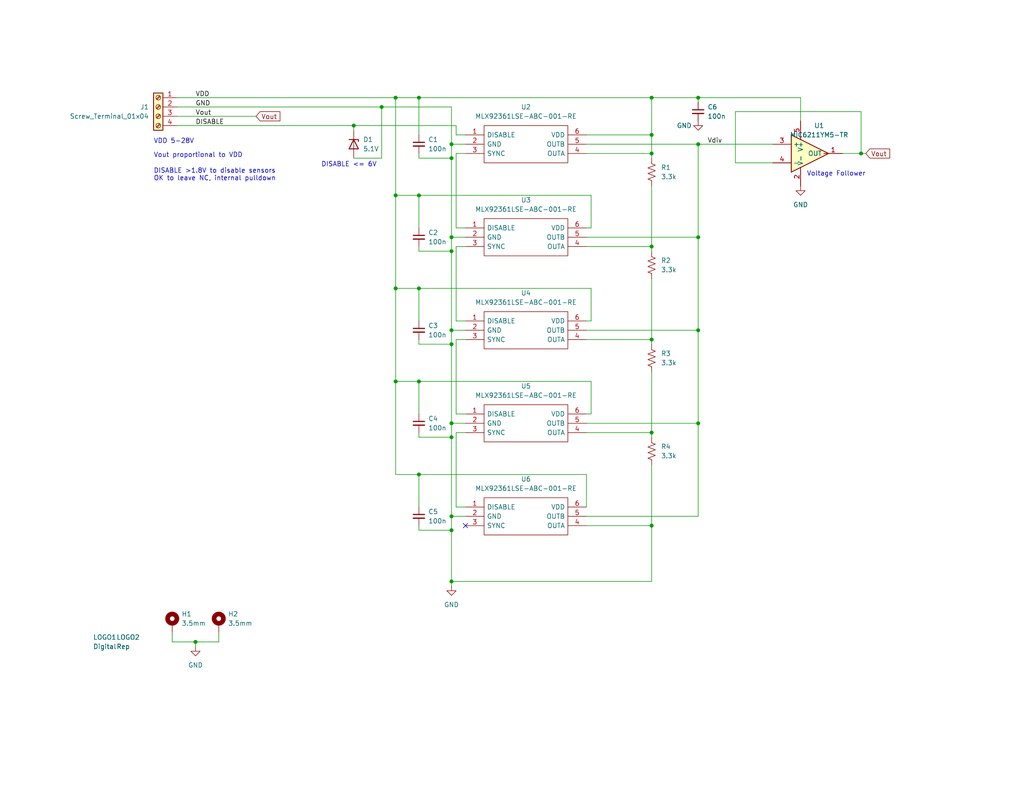
<source format=kicad_sch>
(kicad_sch (version 20230121) (generator eeschema)
  (paper "USLetter")
  (title_block (title "DR5 - Hall-Effect Liquid Level Sensor") (date "2023-07-12") (company "DigitalREP"))
  (lib_symbols
    (symbol "Connector:Screw_Terminal_01x04" (pin_names (offset 1.016) hide)
      (property "Reference" "J" (at 0 5.08 0))
      (property "Value" "Screw_Terminal_01x04" (at 0 -7.62 0))
      (symbol "Screw_Terminal_01x04_1_1"
        (rectangle (start -1.27 3.81) (end 1.27 -6.35) (stroke (width 0.254)) (fill (type background)))
        (circle (center 0 -5.08) (radius 0.635) (stroke (width 0.1524)))
        (circle (center 0 -2.54) (radius 0.635) (stroke (width 0.1524)))
        (polyline (pts (xy -0.5334 -4.7498) (xy 0.3302 -5.588)) (stroke (width 0.1524)))
        (polyline (pts (xy -0.5334 -2.2098) (xy 0.3302 -3.048)) (stroke (width 0.1524)))
        (polyline (pts (xy -0.5334 0.3302) (xy 0.3302 -0.508)) (stroke (width 0.1524)))
        (polyline (pts (xy -0.5334 2.8702) (xy 0.3302 2.032)) (stroke (width 0.1524)))
        (polyline (pts (xy -0.3556 -4.572) (xy 0.508 -5.4102)) (stroke (width 0.1524)))
        (polyline (pts (xy -0.3556 -2.032) (xy 0.508 -2.8702)) (stroke (width 0.1524)))
        (polyline (pts (xy -0.3556 0.508) (xy 0.508 -0.3302)) (stroke (width 0.1524)))
        (polyline (pts (xy -0.3556 3.048) (xy 0.508 2.2098)) (stroke (width 0.1524)))
        (circle (center 0 0) (radius 0.635) (stroke (width 0.1524)))
        (circle (center 0 2.54) (radius 0.635) (stroke (width 0.1524)))
        (pin passive line (at -5.08 2.54 0) (length 3.81) (name "Pin_1") (number "1"))
        (pin passive line (at -5.08 0 0) (length 3.81) (name "Pin_2") (number "2"))
        (pin passive line (at -5.08 -2.54 0) (length 3.81) (name "Pin_3") (number "3"))
        (pin passive line (at -5.08 -5.08 0) (length 3.81) (name "Pin_4") (number "4"))
      )
    )
    (symbol "Device:C_Small" (pin_numbers hide) (pin_names (offset 0.254) hide)
      (property "Reference" "C" (at 0.254 1.778 0))
      (property "Value" "C_Small" (at 0.254 -2.032 0))
      (symbol "C_Small_0_1"
        (polyline (pts (xy -1.524 -0.508) (xy 1.524 -0.508)) (stroke (width 0.3302)))
        (polyline (pts (xy -1.524 0.508) (xy 1.524 0.508)) (stroke (width 0.3048)))
      )
      (symbol "C_Small_1_1"
        (pin passive line (at 0 2.54 270) (length 2.032) (name "~") (number "1"))
        (pin passive line (at 0 -2.54 90) (length 2.032) (name "~") (number "2"))
      )
    )
    (symbol "Device:D_Zener" (pin_numbers hide) (pin_names (offset 1.016) hide)
      (property "Reference" "D" (at 0 2.54 0))
      (property "Value" "D_Zener" (at 0 -2.54 0))
      (symbol "D_Zener_0_1"
        (polyline (pts (xy 1.27 0) (xy -1.27 0)))
        (polyline (pts (xy -1.27 -1.27) (xy -1.27 1.27) (xy -0.762 1.27)) (stroke (width 0.254)))
        (polyline (pts (xy 1.27 -1.27) (xy 1.27 1.27) (xy -1.27 0) (xy 1.27 -1.27)) (stroke (width 0.254)))
      )
      (symbol "D_Zener_1_1"
        (pin passive line (at -3.81 0 0) (length 2.54) (name "K") (number "1"))
        (pin passive line (at 3.81 0 180) (length 2.54) (name "A") (number "2"))
      )
    )
    (symbol "Device:R_US" (pin_numbers hide) (pin_names (offset 0))
      (property "Reference" "R" (at 2.54 0 90))
      (property "Value" "R_US" (at -2.54 0 90))
      (symbol "R_US_0_1"
        (polyline (pts (xy 0 -2.286) (xy 0 -2.54)))
        (polyline (pts (xy 0 2.286) (xy 0 2.54)))
        (polyline (pts (xy 0 -0.762) (xy 1.016 -1.143) (xy 0 -1.524) (xy -1.016 -1.905) (xy 0 -2.286)))
        (polyline (pts (xy 0 0.762) (xy 1.016 0.381) (xy 0 0) (xy -1.016 -0.381) (xy 0 -0.762)))
        (polyline (pts (xy 0 2.286) (xy 1.016 1.905) (xy 0 1.524) (xy -1.016 1.143) (xy 0 0.762)))
      )
      (symbol "R_US_1_1"
        (pin passive line (at 0 3.81 270) (length 1.27) (name "~") (number "1"))
        (pin passive line (at 0 -3.81 90) (length 1.27) (name "~") (number "2"))
      )
    )
    (symbol "Mechanical:MountingHole_Pad" (pin_numbers hide) (pin_names (offset 1.016) hide)
      (property "Reference" "H" (at 0 6.35 0))
      (property "Value" "MountingHole_Pad" (at 0 4.445 0))
      (symbol "MountingHole_Pad_0_1"
        (circle (center 0 1.27) (radius 1.27) (stroke (width 1.27)))
      )
      (symbol "MountingHole_Pad_1_1"
        (pin input line (at 0 -2.54 90) (length 2.54) (name "1") (number "1"))
      )
    )
    (symbol "My_Symbols:LOGO"
      (property "Reference" "LOGO" (at 0 0 0))
      (property "Value" "LOGO" (at 0 0 0))
    )
    (symbol "Samacsys:MIC6211YM5-TR"
      (property "Reference" "U" (at 1.27 10.16 0))
      (property "Value" "MIC6211YM5-TR" (at 1.27 -10.16 0))
      (symbol "MIC6211YM5-TR_0_1"
        (polyline (pts (xy 5.08 5.08) (xy 15.24 0) (xy 5.08 -5.08) (xy 5.08 5.08)) (stroke (width 0.254)) (fill (type background)))
      )
      (symbol "MIC6211YM5-TR_1_1"
        (pin passive line (at 19.05 0 180) (length 5.08) (name "OUT") (number "1"))
        (pin passive line (at 7.62 -8.89 90) (length 5.08) (name "V-") (number "2"))
        (pin passive line (at 0 2.54 0) (length 5.08) (name "+") (number "3"))
        (pin passive line (at 0 -2.54 0) (length 5.08) (name "-") (number "4"))
        (pin passive line (at 7.62 8.89 270) (length 5.08) (name "V+") (number "5"))
      )
    )
    (symbol "Samacsys:MLX92361LSE-ABC-001-RE" (pin_names (offset 0.762))
      (property "Reference" "U" (at 29.21 7.62 0))
      (property "Value" "MLX92361LSE-ABC-001-RE" (at 29.21 5.08 0))
      (symbol "MLX92361LSE-ABC-001-RE_0_0"
        (pin input line (at 0 0 0) (length 5.08) (name "DISABLE") (number "1"))
        (pin power_in line (at 0 -2.54 0) (length 5.08) (name "GND") (number "2"))
        (pin output line (at 0 -5.08 0) (length 5.08) (name "SYNC") (number "3"))
        (pin output line (at 33.02 -5.08 180) (length 5.08) (name "OUTA") (number "4"))
        (pin output line (at 33.02 -2.54 180) (length 5.08) (name "OUTB") (number "5"))
        (pin power_in line (at 33.02 0 180) (length 5.08) (name "VDD") (number "6"))
      )
      (symbol "MLX92361LSE-ABC-001-RE_0_1"
        (polyline (pts (xy 5.08 2.54) (xy 27.94 2.54) (xy 27.94 -7.62) (xy 5.08 -7.62) (xy 5.08 2.54)) (stroke (width 0.1524)))
      )
    )
    (symbol "power:GND" (power) (pin_names (offset 0))
      (property "Value" "GND" (at 0 -3.81 0))
      (symbol "GND_0_1"
        (polyline (pts (xy 0 0) (xy 0 -1.27) (xy 1.27 -1.27) (xy 0 -2.54) (xy -1.27 -1.27) (xy 0 -1.27)))
      )
      (symbol "GND_1_1"
        (pin power_in line (at 0 0 270) (length 0) hide (name "GND") (number "1"))
      )
    )
  )
  (junction (at 177.8 36.83))
  (junction (at 123.19 115.57))
  (junction (at 177.8 41.91))
  (junction (at 177.8 118.11))
  (junction (at 123.19 158.75))
  (junction (at 123.19 68.58))
  (junction (at 114.3 78.74))
  (junction (at 104.14 29.21))
  (junction (at 123.19 43.18))
  (junction (at 177.8 143.51))
  (junction (at 123.19 140.97))
  (junction (at 107.95 53.34))
  (junction (at 123.19 39.37))
  (junction (at 190.5 39.37))
  (junction (at 190.5 64.77))
  (junction (at 123.19 144.78))
  (junction (at 123.19 64.77))
  (junction (at 107.95 78.74))
  (junction (at 177.8 67.31))
  (junction (at 190.5 26.67))
  (junction (at 234.95 41.91))
  (junction (at 53.34 175.26))
  (junction (at 190.5 90.17))
  (junction (at 123.19 119.38))
  (junction (at 177.8 26.67))
  (junction (at 123.19 90.17))
  (junction (at 114.3 129.54))
  (junction (at 114.3 53.34))
  (junction (at 177.8 92.71))
  (junction (at 107.95 26.67))
  (junction (at 107.95 104.14))
  (junction (at 96.52 34.29))
  (junction (at 190.5 115.57))
  (junction (at 114.3 104.14))
  (junction (at 123.19 93.98))
  (junction (at 114.3 26.67))
  (no_connect (at 127 143.51))
  (wire (pts (xy 127 67.31) (xy 124.46 67.31)))
  (wire (pts (xy 123.19 90.17) (xy 123.19 93.98)))
  (wire (pts (xy 127 39.37) (xy 123.19 39.37)))
  (wire (pts (xy 190.5 39.37) (xy 210.82 39.37)))
  (wire (pts (xy 190.5 26.67) (xy 218.44 26.67)))
  (wire (pts (xy 46.99 172.72) (xy 46.99 175.26)))
  (wire (pts (xy 114.3 93.98) (xy 123.19 93.98)))
  (wire (pts (xy 161.29 62.23) (xy 161.29 53.34)))
  (wire (pts (xy 177.8 127) (xy 177.8 143.51)))
  (wire (pts (xy 200.66 30.48) (xy 200.66 44.45)))
  (wire (pts (xy 160.02 140.97) (xy 190.5 140.97)))
  (wire (pts (xy 114.3 78.74) (xy 107.95 78.74)))
  (wire (pts (xy 177.8 50.8) (xy 177.8 67.31)))
  (wire (pts (xy 218.44 26.67) (xy 218.44 33.02)))
  (wire (pts (xy 234.95 41.91) (xy 234.95 30.48)))
  (wire (pts (xy 114.3 41.91) (xy 114.3 43.18)))
  (wire (pts (xy 96.52 34.29) (xy 124.46 34.29)))
  (wire (pts (xy 114.3 53.34) (xy 161.29 53.34)))
  (wire (pts (xy 124.46 41.91) (xy 124.46 62.23)))
  (wire (pts (xy 114.3 104.14) (xy 161.29 104.14)))
  (wire (pts (xy 190.5 64.77) (xy 190.5 90.17)))
  (wire (pts (xy 53.34 175.26) (xy 53.34 176.53)))
  (wire (pts (xy 123.19 115.57) (xy 123.19 119.38)))
  (wire (pts (xy 123.19 68.58) (xy 123.19 90.17)))
  (wire (pts (xy 160.02 62.23) (xy 161.29 62.23)))
  (wire (pts (xy 123.19 64.77) (xy 127 64.77)))
  (wire (pts (xy 114.3 113.03) (xy 114.3 104.14)))
  (wire (pts (xy 160.02 92.71) (xy 177.8 92.71)))
  (wire (pts (xy 114.3 138.43) (xy 114.3 129.54)))
  (wire (pts (xy 123.19 39.37) (xy 123.19 29.21)))
  (wire (pts (xy 123.19 90.17) (xy 127 90.17)))
  (wire (pts (xy 160.02 118.11) (xy 177.8 118.11)))
  (wire (pts (xy 46.99 175.26) (xy 53.34 175.26)))
  (wire (pts (xy 48.26 31.75) (xy 69.85 31.75)))
  (wire (pts (xy 160.02 143.51) (xy 177.8 143.51)))
  (wire (pts (xy 124.46 138.43) (xy 127 138.43)))
  (wire (pts (xy 210.82 44.45) (xy 200.66 44.45)))
  (wire (pts (xy 114.3 129.54) (xy 107.95 129.54)))
  (wire (pts (xy 114.3 92.71) (xy 114.3 93.98)))
  (wire (pts (xy 107.95 104.14) (xy 107.95 129.54)))
  (wire (pts (xy 124.46 67.31) (xy 124.46 87.63)))
  (wire (pts (xy 160.02 64.77) (xy 190.5 64.77)))
  (wire (pts (xy 114.3 119.38) (xy 123.19 119.38)))
  (wire (pts (xy 48.26 29.21) (xy 104.14 29.21)))
  (wire (pts (xy 123.19 43.18) (xy 123.19 64.77)))
  (wire (pts (xy 123.19 119.38) (xy 123.19 140.97)))
  (wire (pts (xy 127 41.91) (xy 124.46 41.91)))
  (wire (pts (xy 124.46 36.83) (xy 124.46 34.29)))
  (wire (pts (xy 114.3 36.83) (xy 114.3 26.67)))
  (wire (pts (xy 177.8 118.11) (xy 177.8 119.38)))
  (wire (pts (xy 104.14 29.21) (xy 104.14 43.18)))
  (wire (pts (xy 160.02 87.63) (xy 161.29 87.63)))
  (wire (pts (xy 114.3 53.34) (xy 114.3 62.23)))
  (wire (pts (xy 127 92.71) (xy 124.46 92.71)))
  (wire (pts (xy 114.3 26.67) (xy 177.8 26.67)))
  (wire (pts (xy 107.95 26.67) (xy 107.95 53.34)))
  (wire (pts (xy 123.19 158.75) (xy 123.19 160.02)))
  (wire (pts (xy 160.02 113.03) (xy 161.29 113.03)))
  (wire (pts (xy 177.8 36.83) (xy 177.8 41.91)))
  (wire (pts (xy 114.3 144.78) (xy 123.19 144.78)))
  (wire (pts (xy 190.5 90.17) (xy 160.02 90.17)))
  (wire (pts (xy 177.8 67.31) (xy 177.8 68.58)))
  (wire (pts (xy 160.02 67.31) (xy 177.8 67.31)))
  (wire (pts (xy 114.3 78.74) (xy 161.29 78.74)))
  (wire (pts (xy 114.3 104.14) (xy 107.95 104.14)))
  (wire (pts (xy 123.19 39.37) (xy 123.19 43.18)))
  (wire (pts (xy 177.8 26.67) (xy 177.8 36.83)))
  (wire (pts (xy 190.5 115.57) (xy 190.5 90.17)))
  (wire (pts (xy 177.8 76.2) (xy 177.8 92.71)))
  (wire (pts (xy 127 118.11) (xy 124.46 118.11)))
  (wire (pts (xy 160.02 138.43) (xy 160.02 129.54)))
  (wire (pts (xy 160.02 41.91) (xy 177.8 41.91)))
  (wire (pts (xy 161.29 113.03) (xy 161.29 104.14)))
  (wire (pts (xy 123.19 115.57) (xy 127 115.57)))
  (wire (pts (xy 123.19 140.97) (xy 123.19 144.78)))
  (wire (pts (xy 104.14 29.21) (xy 123.19 29.21)))
  (wire (pts (xy 160.02 39.37) (xy 190.5 39.37)))
  (wire (pts (xy 160.02 129.54) (xy 114.3 129.54)))
  (wire (pts (xy 48.26 26.67) (xy 107.95 26.67)))
  (wire (pts (xy 107.95 78.74) (xy 107.95 104.14)))
  (wire (pts (xy 161.29 87.63) (xy 161.29 78.74)))
  (wire (pts (xy 96.52 34.29) (xy 96.52 35.56)))
  (wire (pts (xy 124.46 92.71) (xy 124.46 113.03)))
  (wire (pts (xy 190.5 39.37) (xy 190.5 64.77)))
  (wire (pts (xy 53.34 175.26) (xy 59.69 175.26)))
  (wire (pts (xy 114.3 43.18) (xy 123.19 43.18)))
  (wire (pts (xy 190.5 140.97) (xy 190.5 115.57)))
  (wire (pts (xy 123.19 144.78) (xy 123.19 158.75)))
  (wire (pts (xy 114.3 87.63) (xy 114.3 78.74)))
  (wire (pts (xy 177.8 26.67) (xy 190.5 26.67)))
  (wire (pts (xy 177.8 92.71) (xy 177.8 93.98)))
  (wire (pts (xy 177.8 41.91) (xy 177.8 43.18)))
  (wire (pts (xy 114.3 118.11) (xy 114.3 119.38)))
  (wire (pts (xy 229.87 41.91) (xy 234.95 41.91)))
  (wire (pts (xy 160.02 36.83) (xy 177.8 36.83)))
  (wire (pts (xy 124.46 113.03) (xy 127 113.03)))
  (wire (pts (xy 48.26 34.29) (xy 96.52 34.29)))
  (wire (pts (xy 107.95 53.34) (xy 107.95 78.74)))
  (wire (pts (xy 160.02 115.57) (xy 190.5 115.57)))
  (wire (pts (xy 177.8 101.6) (xy 177.8 118.11)))
  (wire (pts (xy 59.69 175.26) (xy 59.69 172.72)))
  (wire (pts (xy 123.19 158.75) (xy 177.8 158.75)))
  (wire (pts (xy 107.95 26.67) (xy 114.3 26.67)))
  (wire (pts (xy 114.3 68.58) (xy 123.19 68.58)))
  (wire (pts (xy 124.46 62.23) (xy 127 62.23)))
  (wire (pts (xy 190.5 26.67) (xy 190.5 27.94)))
  (wire (pts (xy 123.19 140.97) (xy 127 140.97)))
  (wire (pts (xy 123.19 64.77) (xy 123.19 68.58)))
  (wire (pts (xy 114.3 53.34) (xy 107.95 53.34)))
  (wire (pts (xy 177.8 143.51) (xy 177.8 158.75)))
  (wire (pts (xy 124.46 118.11) (xy 124.46 138.43)))
  (wire (pts (xy 114.3 67.31) (xy 114.3 68.58)))
  (wire (pts (xy 114.3 143.51) (xy 114.3 144.78)))
  (wire (pts (xy 234.95 30.48) (xy 200.66 30.48)))
  (wire (pts (xy 127 36.83) (xy 124.46 36.83)))
  (wire (pts (xy 124.46 87.63) (xy 127 87.63)))
  (wire (pts (xy 123.19 93.98) (xy 123.19 115.57)))
  (wire (pts (xy 234.95 41.91) (xy 236.22 41.91)))
  (wire (pts (xy 96.52 43.18) (xy 104.14 43.18)))
  (text "VDD 5-28V" (at 41.91 39.37 0) (effects (font (size 1.27 1.27)) (justify left bottom)))
  (text "Vout proportional to VDD" (at 41.91 43.18 0) (effects (font (size 1.27 1.27)) (justify left bottom)))
  (text "DISABLE <= 6V" (at 87.63 45.72 0) (effects (font (size 1.27 1.27)) (justify left bottom)))
  (text "Voltage Follower" (at 236.22 48.26 0) (effects (font (size 1.27 1.27)) (justify right bottom)))
  (text "DISABLE >1.8V to disable sensors\nOK to leave NC, internal pulldown" (at 41.91 49.53 0) (effects (font (size 1.27 1.27)) (justify left bottom)))
  (label "VDD" (at 53.34 26.67 0))
  (label "GND" (at 53.34 29.21 0))
  (label "Vdiv" (at 193.04 39.37 0))
  (label "DISABLE" (at 53.34 34.29 0))
  (label "Vout" (at 53.34 31.75 0))
  (global_label "Vout" (shape input) (at 69.85 31.75 0) (property "Intersheetrefs" "${INTERSHEET_REFS}" (effects hide)))
  (global_label "Vout" (shape input) (at 236.22 41.91 0) (property "Intersheetrefs" "${INTERSHEET_REFS}" (effects hide)))
  (symbol (lib_id "Device:C_Small") (at 114.3 90.17 0) (unit 1)
    (property "Reference" "C3" (at 116.84 88.9062 0) (effects (justify left)))
    (property "Value" "100n" (at 116.84 91.4462 0) (effects (justify left)))
    (property "Footprint" "Capacitor_SMD:C_0603_1608Metric" (effects hide))
  )
  (symbol (lib_id "power:GND") (at 218.44 50.8 0) (unit 1)
    (property "Reference" "#PWR01" (effects hide))
    (property "Value" "GND" (at 218.44 55.88 0))
  )
  (symbol (lib_id "power:GND") (at 190.5 33.02 0) (unit 1)
    (property "Reference" "#PWR03" (effects hide))
    (property "Value" "GND" (at 186.69 34.29 0))
  )
  (symbol (lib_id "Samacsys:MLX92361LSE-ABC-001-RE") (at 127 62.23 0) (unit 1)
    (property "Reference" "U3" (at 143.51 54.61 0))
    (property "Value" "MLX92361LSE-ABC-001-RE" (at 143.51 57.15 0))
    (property "Footprint" "SamacSys:SOT95P280X100-6N" (effects hide))
    (property "Datasheet" "https://media.melexis.com/-/media/files/documents/datasheets/mlx92362-mlx92361-datasheet-melexis.pdf" (effects hide))
    (property "Description" "Isolated output programmable Hall Effect Latch/Switch/Omnipolar switch" (effects hide))
    (property "Height" "1" (effects hide))
    (property "Manufacturer_Name" "Melexis" (effects hide))
    (property "Manufacturer_Part_Number" "MLX92361LSE-ABC-001-RE" (effects hide))
  )
  (symbol (lib_id "My_Symbols:LOGO") (at 30.48 170.18 0) (unit 1)
    (property "Reference" "LOGO1" (at 25.4 173.99 0) (effects (justify left)))
    (property "Value" "Digital" (at 25.4 176.53 0) (effects (justify left)))
    (property "Footprint" "My_Modules:digital" (effects hide))
  )
  (symbol (lib_id "Device:R_US") (at 177.8 123.19 0) (unit 1)
    (property "Reference" "R4" (at 180.34 121.9199 0) (effects (justify left)))
    (property "Value" "3.3k" (at 180.34 124.4599 0) (effects (justify left)))
    (property "Footprint" "Resistor_SMD:R_0603_1608Metric" (effects hide))
  )
  (symbol (lib_id "Samacsys:MLX92361LSE-ABC-001-RE") (at 127 113.03 0) (unit 1)
    (property "Reference" "U5" (at 143.51 105.41 0))
    (property "Value" "MLX92361LSE-ABC-001-RE" (at 143.51 107.95 0))
    (property "Footprint" "SamacSys:SOT95P280X100-6N" (effects hide))
    (property "Datasheet" "https://media.melexis.com/-/media/files/documents/datasheets/mlx92362-mlx92361-datasheet-melexis.pdf" (effects hide))
    (property "Description" "Isolated output programmable Hall Effect Latch/Switch/Omnipolar switch" (effects hide))
    (property "Height" "1" (effects hide))
    (property "Manufacturer_Name" "Melexis" (effects hide))
    (property "Manufacturer_Part_Number" "MLX92361LSE-ABC-001-RE" (effects hide))
  )
  (symbol (lib_id "Device:C_Small") (at 190.5 30.48 0) (unit 1)
    (property "Reference" "C6" (at 193.04 29.2162 0) (effects (justify left)))
    (property "Value" "100n" (at 193.04 31.7562 0) (effects (justify left)))
    (property "Footprint" "Capacitor_SMD:C_0603_1608Metric" (effects hide))
  )
  (symbol (lib_id "Device:C_Small") (at 114.3 140.97 0) (unit 1)
    (property "Reference" "C5" (at 116.84 139.7062 0) (effects (justify left)))
    (property "Value" "100n" (at 116.84 142.2462 0) (effects (justify left)))
    (property "Footprint" "Capacitor_SMD:C_0603_1608Metric" (effects hide))
  )
  (symbol (lib_id "Device:C_Small") (at 114.3 39.37 0) (unit 1)
    (property "Reference" "C1" (at 116.84 38.1062 0) (effects (justify left)))
    (property "Value" "100n" (at 116.84 40.6462 0) (effects (justify left)))
    (property "Footprint" "Capacitor_SMD:C_0603_1608Metric" (effects hide))
  )
  (symbol (lib_id "Device:R_US") (at 177.8 97.79 0) (unit 1)
    (property "Reference" "R3" (at 180.34 96.5199 0) (effects (justify left)))
    (property "Value" "3.3k" (at 180.34 99.0599 0) (effects (justify left)))
    (property "Footprint" "Resistor_SMD:R_0603_1608Metric" (effects hide))
  )
  (symbol (lib_id "Device:C_Small") (at 114.3 115.57 0) (unit 1)
    (property "Reference" "C4" (at 116.84 114.3062 0) (effects (justify left)))
    (property "Value" "100n" (at 116.84 116.8462 0) (effects (justify left)))
    (property "Footprint" "Capacitor_SMD:C_0603_1608Metric" (effects hide))
  )
  (symbol (lib_id "Samacsys:MLX92361LSE-ABC-001-RE") (at 127 87.63 0) (unit 1)
    (property "Reference" "U4" (at 143.51 80.01 0))
    (property "Value" "MLX92361LSE-ABC-001-RE" (at 143.51 82.55 0))
    (property "Footprint" "SamacSys:SOT95P280X100-6N" (effects hide))
    (property "Datasheet" "https://media.melexis.com/-/media/files/documents/datasheets/mlx92362-mlx92361-datasheet-melexis.pdf" (effects hide))
    (property "Description" "Isolated output programmable Hall Effect Latch/Switch/Omnipolar switch" (effects hide))
    (property "Height" "1" (effects hide))
    (property "Manufacturer_Name" "Melexis" (effects hide))
    (property "Manufacturer_Part_Number" "MLX92361LSE-ABC-001-RE" (effects hide))
  )
  (symbol (lib_id "Device:C_Small") (at 114.3 64.77 0) (unit 1)
    (property "Reference" "C2" (at 116.84 63.5062 0) (effects (justify left)))
    (property "Value" "100n" (at 116.84 66.0462 0) (effects (justify left)))
    (property "Footprint" "Capacitor_SMD:C_0603_1608Metric" (effects hide))
  )
  (symbol (lib_id "Mechanical:MountingHole_Pad") (at 59.69 170.18 0) (unit 1)
    (property "Reference" "H2" (at 62.23 167.6399 0) (effects (justify left)))
    (property "Value" "3.5mm" (at 62.23 170.1799 0) (effects (justify left)))
    (property "Footprint" "MountingHole:MountingHole_3.5mm_Pad_TopBottom" (effects hide))
  )
  (symbol (lib_id "Mechanical:MountingHole_Pad") (at 46.99 170.18 0) (unit 1)
    (property "Reference" "H1" (at 49.53 167.6399 0) (effects (justify left)))
    (property "Value" "3.5mm" (at 49.53 170.1799 0) (effects (justify left)))
    (property "Footprint" "MountingHole:MountingHole_3.5mm_Pad_TopBottom" (effects hide))
  )
  (symbol (lib_id "Samacsys:MIC6211YM5-TR") (at 210.82 41.91 0) (unit 1)
    (property "Reference" "U1" (at 223.52 34.29 0))
    (property "Value" "MIC6211YM5-TR" (at 223.52 36.83 0))
    (property "Footprint" "SamacSys:SOT95P280X145-5N" (effects hide))
    (property "Datasheet" "http://ww1.microchip.com/downloads/en/DeviceDoc/mic6211.pdf" (effects hide))
    (property "Height" "1.45" (effects hide))
    (property "Mouser Part Number" "998-MIC6211YM5TR" (effects hide))
    (property "Mouser Price/Stock" "https://www.mouser.co.uk/ProductDetail/Microchip-Technology/MIC6211YM5-TR?qs=Y3Q3JoKAO1TuZYg26F5OxQ%3D%3D" (effects hide))
    (property "Manufacturer_Name" "Microchip" (effects hide))
    (property "Manufacturer_Part_Number" "MIC6211YM5-TR" (effects hide))
  )
  (symbol (lib_id "Device:R_US") (at 177.8 72.39 0) (unit 1)
    (property "Reference" "R2" (at 180.34 71.1199 0) (effects (justify left)))
    (property "Value" "3.3k" (at 180.34 73.6599 0) (effects (justify left)))
    (property "Footprint" "Resistor_SMD:R_0603_1608Metric" (effects hide))
  )
  (symbol (lib_id "Device:D_Zener") (at 96.52 39.37 270) (unit 1)
    (property "Reference" "D1" (at 99.06 38.0999 90) (effects (justify left)))
    (property "Value" "5.1V" (at 99.06 40.6399 90) (effects (justify left)))
    (property "Footprint" "Diode_SMD:D_SMF" (effects hide))
    (property "Height" "1" (effects hide))
    (property "Manufacturer_Name" "Vishay" (effects hide))
    (property "Manufacturer_Part_Number" "BZD27C5V1P-E3-08" (effects hide))
    (property "Mouser Part Number" "78-BZD27C5V1P-E3-08" (effects hide))
  )
  (symbol (lib_id "power:GND") (at 123.19 160.02 0) (unit 1)
    (property "Reference" "#PWR02" (effects hide))
    (property "Value" "GND" (at 123.19 165.1 0))
  )
  (symbol (lib_id "My_Symbols:LOGO") (at 30.48 175.26 0) (unit 1)
    (property "Reference" "LOGO2" (at 31.75 173.9899 0) (effects (justify left)))
    (property "Value" "Rep" (at 31.75 176.5299 0) (effects (justify left)))
    (property "Footprint" "My_Modules:repword_soldermask" (effects hide))
  )
  (symbol (lib_id "Samacsys:MLX92361LSE-ABC-001-RE") (at 127 138.43 0) (unit 1)
    (property "Reference" "U6" (at 143.51 130.81 0))
    (property "Value" "MLX92361LSE-ABC-001-RE" (at 143.51 133.35 0))
    (property "Footprint" "SamacSys:SOT95P280X100-6N" (effects hide))
    (property "Datasheet" "https://media.melexis.com/-/media/files/documents/datasheets/mlx92362-mlx92361-datasheet-melexis.pdf" (effects hide))
    (property "Description" "Isolated output programmable Hall Effect Latch/Switch/Omnipolar switch" (effects hide))
    (property "Height" "1" (effects hide))
    (property "Manufacturer_Name" "Melexis" (effects hide))
    (property "Manufacturer_Part_Number" "MLX92361LSE-ABC-001-RE" (effects hide))
  )
  (symbol (lib_id "Device:R_US") (at 177.8 46.99 0) (unit 1)
    (property "Reference" "R1" (at 180.34 45.7199 0) (effects (justify left)))
    (property "Value" "3.3k" (at 180.34 48.2599 0) (effects (justify left)))
    (property "Footprint" "Resistor_SMD:R_0603_1608Metric" (effects hide))
  )
  (symbol (lib_id "power:GND") (at 53.34 176.53 0) (unit 1)
    (property "Reference" "#PWR04" (effects hide))
    (property "Value" "GND" (at 53.34 181.61 0))
  )
  (symbol (lib_id "Connector:Screw_Terminal_01x04") (at 43.18 29.21 0) (mirror y) (unit 1)
    (property "Reference" "J1" (at 40.64 29.2099 0) (effects (justify left)))
    (property "Value" "Screw_Terminal_01x04" (at 40.64 31.7499 0) (effects (justify left)))
    (property "Footprint" "TerminalBlock_Phoenix:TerminalBlock_Phoenix_MPT-0,5-4-2.54_1x04_P2.54mm_Horizontal" (effects hide))
  )
  (symbol (lib_id "Samacsys:MLX92361LSE-ABC-001-RE") (at 127 36.83 0) (unit 1)
    (property "Reference" "U2" (at 143.51 29.21 0))
    (property "Value" "MLX92361LSE-ABC-001-RE" (at 143.51 31.75 0))
    (property "Footprint" "SamacSys:SOT95P280X100-6N" (effects hide))
    (property "Datasheet" "https://media.melexis.com/-/media/files/documents/datasheets/mlx92362-mlx92361-datasheet-melexis.pdf" (effects hide))
    (property "Description" "Isolated output programmable Hall Effect Latch/Switch/Omnipolar switch" (effects hide))
    (property "Height" "1" (effects hide))
    (property "Manufacturer_Name" "Melexis" (effects hide))
    (property "Manufacturer_Part_Number" "MLX92361LSE-ABC-001-RE" (effects hide))
  )
)
</source>
